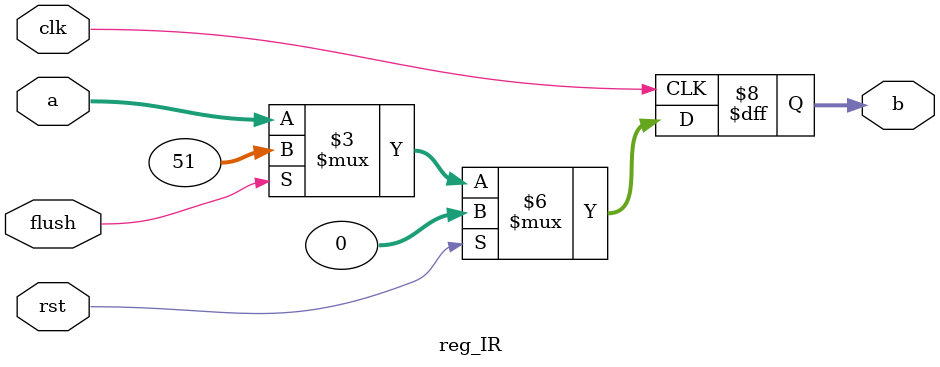
<source format=sv>
module reg_IR (
	input  logic        clk, 
	input  logic        rst, 
	input  logic        flush, 
	input  logic [31:0] a,
	
	output logic [31:0] b
);
	
	always_ff @(posedge clk)
	begin
		if (rst) 
		begin
			b <= 32'd0;
		end
		else if (flush) 
		begin
			b <= 32'd51;	// 32'd51 == 32'h00000033 => add x0,x0,x0
		end
		else 
		begin
			b <= a;
		end
	end

endmodule: reg_IR
</source>
